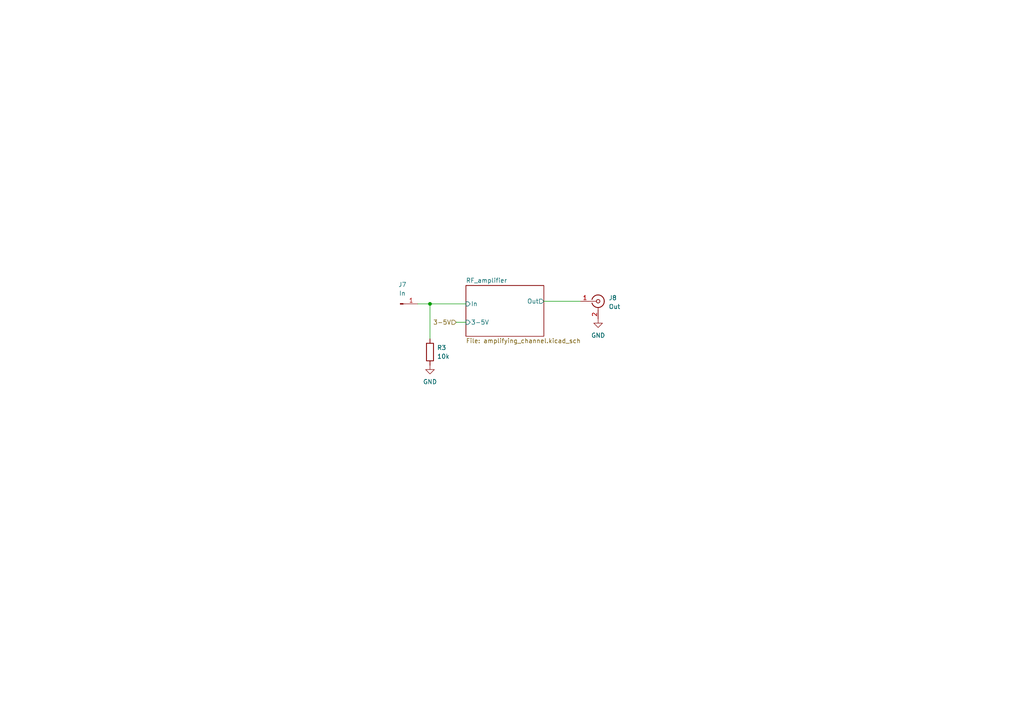
<source format=kicad_sch>
(kicad_sch (version 20211123) (generator eeschema)
  (paper "A4")
  (lib_symbols
    (symbol "Connector:Conn_01x01_Male" (pin_names (offset 1.016) hide)
      (property "Reference" "J" (at 0 2.54 0))
      (property "Value" "Conn_01x01_Male" (at 0 -2.54 0))
      (symbol "Conn_01x01_Male_1_1"
        (polyline (pts (xy 1.27 0) (xy 0.8636 0)) (stroke (width 0.1524)))
        (rectangle (start 0.8636 0.127) (end 0 -0.127) (stroke (width 0.1524)) (fill (type outline)))
        (pin passive line (at 5.08 0 180) (length 3.81) (name "Pin_1") (number "1"))
      )
    )
    (symbol "Connector:Conn_Coaxial" (pin_names (offset 1.016) hide)
      (property "Reference" "J" (at 0.254 3.048 0))
      (property "Value" "Conn_Coaxial" (at 2.921 0 90))
      (symbol "Conn_Coaxial_0_1"
        (arc (start -1.778 -0.508) (mid 0.2311 -1.8066) (end 1.778 0) (stroke (width 0.254)))
        (polyline (pts (xy -2.54 0) (xy -0.508 0)))
        (polyline (pts (xy 0 -2.54) (xy 0 -1.778)))
        (circle (center 0 0) (radius 0.508) (stroke (width 0.2032)))
        (arc (start 1.778 0) (mid 0.2099 1.8101) (end -1.778 0.508) (stroke (width 0.254)))
      )
      (symbol "Conn_Coaxial_1_1"
        (pin passive line (at -5.08 0 0) (length 2.54) (name "In") (number "1"))
        (pin passive line (at 0 -5.08 90) (length 2.54) (name "Ext") (number "2"))
      )
    )
    (symbol "Device:R" (pin_numbers hide) (pin_names (offset 0))
      (property "Reference" "R" (at 2.032 0 90))
      (property "Value" "R" (at 0 0 90))
      (symbol "R_0_1"
        (rectangle (start -1.016 -2.54) (end 1.016 2.54) (stroke (width 0.254)))
      )
      (symbol "R_1_1"
        (pin passive line (at 0 3.81 270) (length 1.27) (name "~") (number "1"))
        (pin passive line (at 0 -3.81 90) (length 1.27) (name "~") (number "2"))
      )
    )
    (symbol "power:GND" (power) (pin_names (offset 0))
      (property "Value" "GND" (at 0 -3.81 0))
      (symbol "GND_0_1"
        (polyline (pts (xy 0 0) (xy 0 -1.27) (xy 1.27 -1.27) (xy 0 -2.54) (xy -1.27 -1.27) (xy 0 -1.27)))
      )
      (symbol "GND_1_1"
        (pin power_in line (at 0 0 270) (length 0) hide (name "GND") (number "1"))
      )
    )
  )
  (junction (at 124.714 88.138))
  (wire (pts (xy 157.734 87.376) (xy 168.402 87.376)))
  (wire (pts (xy 132.334 93.472) (xy 135.128 93.472)))
  (wire (pts (xy 135.128 88.138) (xy 124.714 88.138)))
  (wire (pts (xy 124.714 88.138) (xy 124.714 98.298)))
  (wire (pts (xy 124.714 88.138) (xy 121.158 88.138)))
  (hierarchical_label "3-5V" (shape input) (at 132.334 93.472 180))
  (symbol (lib_id "Connector:Conn_Coaxial") (at 173.482 87.376 0) (unit 1)
    (property "Reference" "J8" (at 176.53 86.3991 0) (effects (justify left)))
    (property "Value" "Out" (at 176.53 88.9391 0) (effects (justify left)))
    (property "Footprint" "chubut:MMCX-J-P-H-RA-TH1" (effects hide))
    (property "Datasheet" "http://suddendocs.samtec.com/catalog_english/mmcx.pdf" (effects hide))
    (property "Manufacturer number" "MMCX-J-P-H-RA-TH1" (effects hide))
    (property "Manufacturer" "Samtec Inc." (effects hide))
    (property "Digikey" "https://www.digikey.ch/short/n387fprw" (effects hide))
  )
  (symbol (lib_id "power:GND") (at 124.714 105.918 0) (unit 1)
    (property "Reference" "#PWR030" (effects hide))
    (property "Value" "GND" (at 124.714 110.744 0))
  )
  (symbol (lib_id "Device:R") (at 124.714 102.108 0) (unit 1)
    (property "Reference" "R3" (at 126.746 100.8379 0) (effects (justify left)))
    (property "Value" "10k" (at 126.746 103.3779 0) (effects (justify left)))
    (property "Footprint" "Resistor_SMD:R_0402_1005Metric" (effects hide))
  )
  (symbol (lib_id "power:GND") (at 173.482 92.456 0) (unit 1)
    (property "Reference" "#PWR031" (effects hide))
    (property "Value" "GND" (at 173.482 97.282 0))
  )
  (symbol (lib_id "Connector:Conn_01x01_Male") (at 116.078 88.138 0) (unit 1)
    (property "Reference" "J7" (at 116.713 82.55 0))
    (property "Value" "In" (at 116.713 85.09 0))
    (property "Footprint" "chubut:MILL-MAX_0965-0-15-20-80-14-11-0" (effects hide))
    (property "Datasheet" "https://www.mill-max.com/products/pin/0965/0965-0-15-20-80-14-11-0?s_term=0965-0-15-20-80-14-11-0&s_type=Quick%2FProduct%2FPart+Number+Search" (effects hide))
    (property "Manufacturer number" "0965-0-15-20-80-14-11-0" (effects hide))
    (property "Manufacturer" "Mill-Max Manufacturing Corp." (effects hide))
  )
  (sheet (at 135.128 82.804) (size 22.606 14.732) (stroke (width 0.1524))
    (property "Sheet name" "RF_amplifier" (at 135.128 82.0924 0) (effects (justify left bottom)))
    (property "Sheet file" "amplifying_channel.kicad_sch" (at 135.128 98.1206 0) (effects (justify left top)))
    (pin "Out" output (at 157.734 87.376 0))
    (pin "In" input (at 135.128 88.138 180))
    (pin "3-5V" input (at 135.128 93.472 180))
  )
)
</source>
